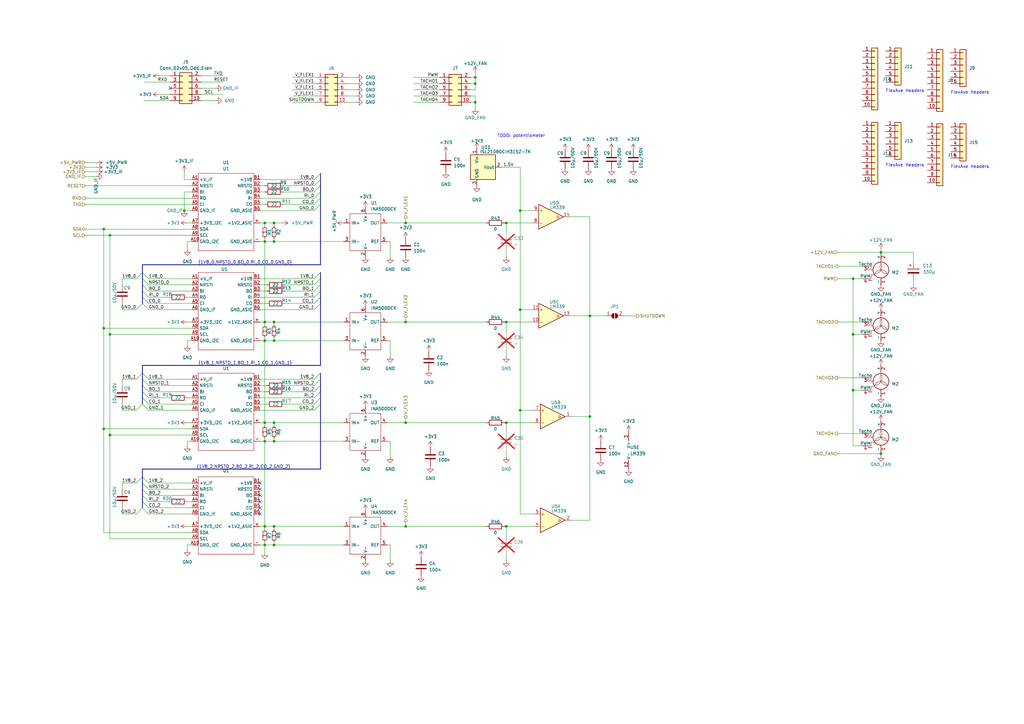
<source format=kicad_sch>
(kicad_sch (version 20231120) (generator "eeschema") (generator_version "8.0")
  (paper "A3")
  (junction (at 112.395 99.06))
  (junction (at 108.585 173.355))
  (junction (at 112.395 215.9))
  (junction (at 194.945 34.29))
  (junction (at 166.37 173.355))
  (junction (at 207.645 215.9))
  (junction (at 108.585 91.44))
  (junction (at 213.36 168.275))
  (junction (at 241.935 129.54))
  (junction (at 42.545 134.62))
  (junction (at 75.565 86.36))
  (junction (at 108.585 99.06))
  (junction (at 349.885 114.3))
  (junction (at 166.37 132.08))
  (junction (at 207.645 132.08))
  (junction (at 112.395 180.975))
  (junction (at 349.885 160.02))
  (junction (at 166.37 91.44))
  (junction (at 166.37 215.9))
  (junction (at 361.315 186.055))
  (junction (at 207.645 173.355))
  (junction (at 213.36 86.36))
  (junction (at 108.585 215.9))
  (junction (at 42.545 175.895))
  (junction (at 45.085 96.52))
  (junction (at 45.085 137.16))
  (junction (at 108.585 139.7))
  (junction (at 45.085 178.435))
  (junction (at 194.945 41.91))
  (junction (at 112.395 139.7))
  (junction (at 108.585 180.975))
  (junction (at 194.945 31.75))
  (junction (at 361.315 103.505))
  (junction (at 349.885 137.16))
  (junction (at 213.36 127))
  (junction (at 112.395 223.52))
  (junction (at 241.935 170.815))
  (junction (at 42.545 93.98))
  (junction (at 207.645 91.44))
  (junction (at 108.585 223.52))
  (junction (at 112.395 132.08))
  (junction (at 112.395 173.355))
  (junction (at 108.585 132.08))
  (junction (at 112.395 91.44))
  (no_connect (at 106.68 203.2))
  (no_connect (at 69.85 36.195))
  (no_connect (at 106.68 208.28))
  (no_connect (at 106.68 205.74))
  (no_connect (at 106.68 198.12))
  (no_connect (at 106.68 200.66))
  (no_connect (at 106.68 210.82))
  (bus_entry (at 60.96 114.3) (size -2.54 -2.54))
  (bus_entry (at 60.96 158.115) (size -2.54 -2.54))
  (bus_entry (at 128.905 78.74) (size 2.54 -2.54))
  (bus_entry (at 128.905 168.275) (size 2.54 -2.54))
  (bus_entry (at 60.96 163.195) (size -2.54 -2.54))
  (bus_entry (at 55.88 114.3) (size 2.54 -2.54))
  (bus_entry (at 128.905 163.195) (size 2.54 -2.54))
  (bus_entry (at 128.905 73.66) (size 2.54 -2.54))
  (bus_entry (at 128.905 119.38) (size 2.54 -2.54))
  (bus_entry (at 128.905 124.46) (size 2.54 -2.54))
  (bus_entry (at 128.905 76.2) (size 2.54 -2.54))
  (bus_entry (at 60.96 116.84) (size -2.54 -2.54))
  (bus_entry (at 128.905 81.28) (size 2.54 -2.54))
  (bus_entry (at 55.88 155.575) (size 2.54 -2.54))
  (bus_entry (at 128.905 114.3) (size 2.54 -2.54))
  (bus_entry (at 55.88 198.12) (size 2.54 -2.54))
  (bus_entry (at 55.88 127) (size 2.54 -2.54))
  (bus_entry (at 60.96 210.82) (size -2.54 -2.54))
  (bus_entry (at 128.905 86.36) (size 2.54 -2.54))
  (bus_entry (at 60.96 168.275) (size -2.54 -2.54))
  (bus_entry (at 60.96 124.46) (size -2.54 -2.54))
  (bus_entry (at 60.96 165.735) (size -2.54 -2.54))
  (bus_entry (at 128.905 121.92) (size 2.54 -2.54))
  (bus_entry (at 60.96 208.28) (size -2.54 -2.54))
  (bus_entry (at 128.905 127) (size 2.54 -2.54))
  (bus_entry (at 60.96 121.92) (size -2.54 -2.54))
  (bus_entry (at 60.96 160.655) (size -2.54 -2.54))
  (bus_entry (at 128.905 155.575) (size 2.54 -2.54))
  (bus_entry (at 60.96 205.74) (size -2.54 -2.54))
  (bus_entry (at 128.905 116.84) (size 2.54 -2.54))
  (bus_entry (at 60.96 155.575) (size -2.54 -2.54))
  (bus_entry (at 128.905 158.115) (size 2.54 -2.54))
  (bus_entry (at 55.88 168.275) (size 2.54 -2.54))
  (bus_entry (at 60.96 200.66) (size -2.54 -2.54))
  (bus_entry (at 128.905 83.82) (size 2.54 -2.54))
  (bus_entry (at 55.88 210.82) (size 2.54 -2.54))
  (bus_entry (at 128.905 160.655) (size 2.54 -2.54))
  (bus_entry (at 60.96 127) (size -2.54 -2.54))
  (bus_entry (at 128.905 165.735) (size 2.54 -2.54))
  (bus_entry (at 60.96 203.2) (size -2.54 -2.54))
  (bus_entry (at 60.96 198.12) (size -2.54 -2.54))
  (bus_entry (at 60.96 119.38) (size -2.54 -2.54))
  (wire (pts (xy 34.925 81.28) (xy 78.74 81.28)))
  (wire (pts (xy 166.37 171.45) (xy 166.37 173.355)))
  (wire (pts (xy 233.68 88.9) (xy 241.935 88.9)))
  (wire (pts (xy 55.88 198.12) (xy 50.165 198.12)))
  (wire (pts (xy 116.84 158.115) (xy 128.905 158.115)))
  (wire (pts (xy 59.055 33.655) (xy 69.85 33.655)))
  (wire (pts (xy 108.585 139.7) (xy 108.585 173.355)))
  (wire (pts (xy 361.315 103.505) (xy 374.65 103.505)))
  (wire (pts (xy 108.585 173.355) (xy 108.585 174.625)))
  (wire (pts (xy 120.015 31.75) (xy 129.54 31.75)))
  (wire (pts (xy 76.835 205.74) (xy 78.74 205.74)))
  (bus (pts (xy 131.445 73.66) (xy 131.445 76.2)))
  (wire (pts (xy 76.835 132.08) (xy 78.74 132.08)))
  (wire (pts (xy 75.565 86.36) (xy 78.74 86.36)))
  (wire (pts (xy 45.085 96.52) (xy 78.74 96.52)))
  (wire (pts (xy 60.96 121.92) (xy 69.215 121.92)))
  (wire (pts (xy 108.585 97.79) (xy 108.585 99.06)))
  (wire (pts (xy 142.24 31.75) (xy 146.05 31.75)))
  (wire (pts (xy 241.935 213.36) (xy 234.315 213.36)))
  (wire (pts (xy 160.02 223.52) (xy 158.75 223.52)))
  (bus (pts (xy 58.42 153.035) (xy 58.42 155.575)))
  (wire (pts (xy 169.545 39.37) (xy 180.34 39.37)))
  (wire (pts (xy 108.585 132.08) (xy 108.585 133.35)))
  (wire (pts (xy 60.96 205.74) (xy 69.215 205.74)))
  (wire (pts (xy 65.405 31.115) (xy 69.85 31.115)))
  (wire (pts (xy 112.395 139.7) (xy 140.97 139.7)))
  (bus (pts (xy 131.445 83.82) (xy 131.445 108.585)))
  (wire (pts (xy 158.75 91.44) (xy 166.37 91.44)))
  (wire (pts (xy 60.96 116.84) (xy 78.74 116.84)))
  (wire (pts (xy 213.36 68.58) (xy 213.36 86.36)))
  (wire (pts (xy 108.585 215.9) (xy 112.395 215.9)))
  (wire (pts (xy 82.55 33.655) (xy 91.44 33.655)))
  (wire (pts (xy 55.88 155.575) (xy 50.165 155.575)))
  (wire (pts (xy 116.84 119.38) (xy 128.905 119.38)))
  (bus (pts (xy 58.42 205.74) (xy 58.42 208.28)))
  (wire (pts (xy 45.085 220.98) (xy 78.74 220.98)))
  (wire (pts (xy 42.545 134.62) (xy 78.74 134.62)))
  (bus (pts (xy 58.42 121.92) (xy 58.42 124.46)))
  (wire (pts (xy 75.565 70.485) (xy 75.565 73.66)))
  (bus (pts (xy 58.42 195.58) (xy 58.42 198.12)))
  (wire (pts (xy 106.68 121.92) (xy 128.905 121.92)))
  (wire (pts (xy 158.75 173.355) (xy 166.37 173.355)))
  (wire (pts (xy 120.015 36.83) (xy 129.54 36.83)))
  (wire (pts (xy 194.945 39.37) (xy 193.04 39.37)))
  (wire (pts (xy 108.585 99.06) (xy 108.585 132.08)))
  (wire (pts (xy 120.015 34.29) (xy 129.54 34.29)))
  (wire (pts (xy 34.925 96.52) (xy 45.085 96.52)))
  (wire (pts (xy 213.36 86.36) (xy 218.44 86.36)))
  (wire (pts (xy 194.945 29.845) (xy 194.945 31.75)))
  (wire (pts (xy 34.925 83.82) (xy 78.74 83.82)))
  (wire (pts (xy 112.395 222.25) (xy 112.395 223.52)))
  (wire (pts (xy 106.68 215.9) (xy 108.585 215.9)))
  (wire (pts (xy 241.935 170.815) (xy 241.935 213.36)))
  (wire (pts (xy 169.545 41.91) (xy 180.34 41.91)))
  (wire (pts (xy 207.645 132.08) (xy 218.44 132.08)))
  (wire (pts (xy 207.01 91.44) (xy 207.645 91.44)))
  (wire (pts (xy 50.165 198.12) (xy 50.165 200.66)))
  (wire (pts (xy 207.645 91.44) (xy 218.44 91.44)))
  (wire (pts (xy 361.315 186.055) (xy 361.315 185.42)))
  (wire (pts (xy 207.01 173.355) (xy 207.645 173.355)))
  (wire (pts (xy 55.88 114.3) (xy 50.165 114.3)))
  (wire (pts (xy 59.055 41.275) (xy 69.85 41.275)))
  (wire (pts (xy 142.24 34.29) (xy 146.05 34.29)))
  (wire (pts (xy 76.835 102.235) (xy 76.835 99.06)))
  (wire (pts (xy 112.395 223.52) (xy 140.97 223.52)))
  (wire (pts (xy 42.545 175.895) (xy 42.545 134.62)))
  (wire (pts (xy 76.835 225.425) (xy 76.835 223.52)))
  (bus (pts (xy 58.42 160.655) (xy 58.42 163.195)))
  (wire (pts (xy 108.585 91.44) (xy 112.395 91.44)))
  (bus (pts (xy 131.445 119.38) (xy 131.445 121.92)))
  (bus (pts (xy 131.445 192.405) (xy 58.42 192.405)))
  (wire (pts (xy 106.68 81.28) (xy 128.905 81.28)))
  (wire (pts (xy 193.04 41.91) (xy 194.945 41.91)))
  (wire (pts (xy 45.085 137.16) (xy 78.74 137.16)))
  (bus (pts (xy 131.445 108.585) (xy 58.42 108.585)))
  (bus (pts (xy 58.42 114.3) (xy 58.42 116.84)))
  (wire (pts (xy 108.585 215.9) (xy 108.585 217.17)))
  (wire (pts (xy 108.585 222.25) (xy 108.585 223.52)))
  (wire (pts (xy 112.395 138.43) (xy 112.395 139.7)))
  (wire (pts (xy 361.315 186.69) (xy 361.315 186.055)))
  (wire (pts (xy 78.74 78.74) (xy 75.565 78.74)))
  (wire (pts (xy 116.205 76.2) (xy 128.905 76.2)))
  (wire (pts (xy 106.68 116.84) (xy 109.22 116.84)))
  (wire (pts (xy 45.085 178.435) (xy 45.085 137.16)))
  (wire (pts (xy 82.55 38.735) (xy 91.44 38.735)))
  (bus (pts (xy 58.42 119.38) (xy 58.42 121.92)))
  (wire (pts (xy 158.75 215.9) (xy 166.37 215.9)))
  (wire (pts (xy 60.96 168.275) (xy 78.74 168.275)))
  (wire (pts (xy 112.395 173.355) (xy 112.395 174.625)))
  (wire (pts (xy 207.645 184.785) (xy 207.645 187.325)))
  (wire (pts (xy 106.68 91.44) (xy 108.585 91.44)))
  (wire (pts (xy 160.02 105.41) (xy 160.02 99.06)))
  (wire (pts (xy 106.68 163.195) (xy 128.905 163.195)))
  (wire (pts (xy 34.925 66.675) (xy 39.37 66.675)))
  (wire (pts (xy 60.96 200.66) (xy 78.74 200.66)))
  (wire (pts (xy 60.96 160.655) (xy 78.74 160.655)))
  (wire (pts (xy 207.645 173.355) (xy 207.645 177.165)))
  (wire (pts (xy 112.395 173.355) (xy 140.97 173.355)))
  (wire (pts (xy 169.545 31.75) (xy 180.34 31.75)))
  (wire (pts (xy 158.75 132.08) (xy 166.37 132.08)))
  (wire (pts (xy 142.24 41.91) (xy 146.05 41.91)))
  (wire (pts (xy 207.01 215.9) (xy 207.645 215.9)))
  (wire (pts (xy 76.835 141.605) (xy 76.835 139.7)))
  (wire (pts (xy 112.395 179.705) (xy 112.395 180.975)))
  (wire (pts (xy 349.885 182.88) (xy 349.885 160.02)))
  (wire (pts (xy 343.535 186.055) (xy 361.315 186.055)))
  (wire (pts (xy 42.545 218.44) (xy 42.545 175.895)))
  (wire (pts (xy 106.68 165.735) (xy 109.22 165.735)))
  (wire (pts (xy 34.925 70.485) (xy 39.37 70.485)))
  (wire (pts (xy 112.395 91.44) (xy 112.395 92.71)))
  (wire (pts (xy 353.695 182.88) (xy 349.885 182.88)))
  (wire (pts (xy 50.165 168.275) (xy 50.165 165.735)))
  (wire (pts (xy 112.395 91.44) (xy 115.57 91.44)))
  (wire (pts (xy 112.395 97.79) (xy 112.395 99.06)))
  (bus (pts (xy 58.42 203.2) (xy 58.42 205.74)))
  (wire (pts (xy 169.545 34.29) (xy 180.34 34.29)))
  (bus (pts (xy 58.42 163.195) (xy 58.42 165.735)))
  (wire (pts (xy 106.68 139.7) (xy 108.585 139.7)))
  (wire (pts (xy 166.37 130.175) (xy 166.37 132.08)))
  (wire (pts (xy 60.96 155.575) (xy 78.74 155.575)))
  (bus (pts (xy 131.445 114.3) (xy 131.445 116.84)))
  (wire (pts (xy 207.645 91.44) (xy 207.645 95.25)))
  (wire (pts (xy 112.395 215.9) (xy 140.97 215.9)))
  (wire (pts (xy 112.395 223.52) (xy 108.585 223.52)))
  (wire (pts (xy 45.085 96.52) (xy 45.085 137.16)))
  (wire (pts (xy 194.945 34.29) (xy 193.04 34.29)))
  (wire (pts (xy 361.315 102.235) (xy 361.315 103.505)))
  (wire (pts (xy 116.84 124.46) (xy 128.905 124.46)))
  (wire (pts (xy 50.165 114.3) (xy 50.165 116.84)))
  (wire (pts (xy 60.96 127) (xy 78.74 127)))
  (bus (pts (xy 131.445 158.115) (xy 131.445 160.655)))
  (wire (pts (xy 142.24 39.37) (xy 146.05 39.37)))
  (bus (pts (xy 131.445 71.12) (xy 131.445 73.66)))
  (wire (pts (xy 343.535 109.22) (xy 353.695 109.22)))
  (wire (pts (xy 233.68 129.54) (xy 241.935 129.54)))
  (wire (pts (xy 166.37 91.44) (xy 199.39 91.44)))
  (wire (pts (xy 106.68 83.82) (xy 108.585 83.82)))
  (wire (pts (xy 194.945 36.83) (xy 193.04 36.83)))
  (wire (pts (xy 60.96 114.3) (xy 78.74 114.3)))
  (bus (pts (xy 58.42 149.86) (xy 58.42 153.035)))
  (wire (pts (xy 207.01 132.08) (xy 207.645 132.08)))
  (wire (pts (xy 60.96 158.115) (xy 78.74 158.115)))
  (wire (pts (xy 76.835 173.355) (xy 78.74 173.355)))
  (wire (pts (xy 76.835 180.975) (xy 78.74 180.975)))
  (wire (pts (xy 82.55 36.195) (xy 88.265 36.195)))
  (wire (pts (xy 76.835 163.195) (xy 78.74 163.195)))
  (wire (pts (xy 108.585 180.975) (xy 106.68 180.975)))
  (wire (pts (xy 60.96 208.28) (xy 78.74 208.28)))
  (wire (pts (xy 50.165 210.82) (xy 50.165 208.28)))
  (wire (pts (xy 112.395 132.08) (xy 140.97 132.08)))
  (wire (pts (xy 374.65 103.505) (xy 374.65 107.315)))
  (wire (pts (xy 194.945 34.29) (xy 194.945 36.83)))
  (wire (pts (xy 55.88 127) (xy 50.165 127)))
  (wire (pts (xy 34.925 76.2) (xy 78.74 76.2)))
  (wire (pts (xy 42.545 134.62) (xy 42.545 93.98)))
  (bus (pts (xy 58.42 158.115) (xy 58.42 160.655)))
  (bus (pts (xy 131.445 124.46) (xy 131.445 149.86)))
  (bus (pts (xy 131.445 160.655) (xy 131.445 163.195)))
  (wire (pts (xy 207.645 215.9) (xy 207.645 219.71)))
  (bus (pts (xy 58.42 116.84) (xy 58.42 119.38)))
  (wire (pts (xy 207.645 227.33) (xy 207.645 229.87)))
  (wire (pts (xy 194.945 31.75) (xy 193.04 31.75)))
  (wire (pts (xy 50.165 155.575) (xy 50.165 158.115)))
  (wire (pts (xy 42.545 93.98) (xy 78.74 93.98)))
  (wire (pts (xy 343.535 114.3) (xy 349.885 114.3)))
  (wire (pts (xy 116.84 160.655) (xy 128.905 160.655)))
  (wire (pts (xy 112.395 180.975) (xy 140.97 180.975)))
  (bus (pts (xy 131.445 121.92) (xy 131.445 124.46)))
  (wire (pts (xy 112.395 99.06) (xy 108.585 99.06)))
  (wire (pts (xy 112.395 173.355) (xy 108.585 173.355)))
  (wire (pts (xy 60.96 210.82) (xy 78.74 210.82)))
  (wire (pts (xy 108.585 223.52) (xy 106.68 223.52)))
  (bus (pts (xy 131.445 155.575) (xy 131.445 158.115)))
  (wire (pts (xy 361.315 103.505) (xy 361.315 104.14)))
  (wire (pts (xy 75.565 78.74) (xy 75.565 86.36)))
  (wire (pts (xy 106.68 127) (xy 128.905 127)))
  (bus (pts (xy 131.445 111.76) (xy 131.445 114.3)))
  (wire (pts (xy 76.835 215.9) (xy 78.74 215.9)))
  (wire (pts (xy 60.96 203.2) (xy 78.74 203.2)))
  (wire (pts (xy 213.36 168.275) (xy 219.075 168.275)))
  (bus (pts (xy 131.445 76.2) (xy 131.445 78.74)))
  (wire (pts (xy 60.96 119.38) (xy 78.74 119.38)))
  (wire (pts (xy 112.395 99.06) (xy 140.97 99.06)))
  (wire (pts (xy 207.645 173.355) (xy 219.075 173.355)))
  (wire (pts (xy 166.37 213.995) (xy 166.37 215.9)))
  (wire (pts (xy 241.935 88.9) (xy 241.935 129.54)))
  (wire (pts (xy 106.68 119.38) (xy 109.22 119.38)))
  (wire (pts (xy 60.96 198.12) (xy 78.74 198.12)))
  (wire (pts (xy 45.085 220.98) (xy 45.085 178.435)))
  (wire (pts (xy 75.565 73.66) (xy 78.74 73.66)))
  (bus (pts (xy 131.445 153.035) (xy 131.445 155.575)))
  (wire (pts (xy 116.84 165.735) (xy 128.905 165.735)))
  (bus (pts (xy 131.445 78.74) (xy 131.445 81.28)))
  (wire (pts (xy 60.96 165.735) (xy 78.74 165.735)))
  (wire (pts (xy 76.835 91.44) (xy 78.74 91.44)))
  (wire (pts (xy 106.68 173.355) (xy 108.585 173.355)))
  (wire (pts (xy 142.24 36.83) (xy 146.05 36.83)))
  (wire (pts (xy 55.88 210.82) (xy 50.165 210.82)))
  (wire (pts (xy 213.36 168.275) (xy 213.36 210.82)))
  (wire (pts (xy 76.835 121.92) (xy 78.74 121.92)))
  (wire (pts (xy 213.36 86.36) (xy 213.36 127)))
  (wire (pts (xy 374.65 114.935) (xy 374.65 116.84)))
  (wire (pts (xy 166.37 215.9) (xy 199.39 215.9)))
  (wire (pts (xy 194.945 44.45) (xy 194.945 41.91)))
  (wire (pts (xy 349.885 160.02) (xy 353.695 160.02)))
  (wire (pts (xy 108.585 226.695) (xy 108.585 223.52)))
  (wire (pts (xy 106.68 160.655) (xy 109.22 160.655)))
  (wire (pts (xy 207.645 215.9) (xy 219.075 215.9)))
  (wire (pts (xy 207.645 102.87) (xy 207.645 105.41)))
  (wire (pts (xy 34.925 68.58) (xy 39.37 68.58)))
  (wire (pts (xy 116.205 83.82) (xy 128.905 83.82)))
  (wire (pts (xy 349.885 114.3) (xy 353.695 114.3)))
  (wire (pts (xy 116.84 116.84) (xy 128.905 116.84)))
  (wire (pts (xy 106.68 168.275) (xy 128.905 168.275)))
  (wire (pts (xy 106.68 124.46) (xy 109.22 124.46)))
  (wire (pts (xy 112.395 215.9) (xy 112.395 217.17)))
  (bus (pts (xy 131.445 163.195) (xy 131.445 165.735)))
  (wire (pts (xy 106.68 78.74) (xy 108.585 78.74)))
  (wire (pts (xy 34.925 72.39) (xy 39.37 72.39)))
  (wire (pts (xy 76.835 99.06) (xy 78.74 99.06)))
  (wire (pts (xy 241.935 129.54) (xy 241.935 170.815)))
  (bus (pts (xy 58.42 192.405) (xy 58.42 195.58)))
  (bus (pts (xy 58.42 155.575) (xy 58.42 158.115)))
  (wire (pts (xy 160.02 229.87) (xy 160.02 223.52)))
  (wire (pts (xy 82.55 31.115) (xy 91.44 31.115)))
  (wire (pts (xy 65.405 38.735) (xy 69.85 38.735)))
  (wire (pts (xy 116.205 78.74) (xy 128.905 78.74)))
  (bus (pts (xy 131.445 116.84) (xy 131.445 119.38)))
  (wire (pts (xy 160.02 187.325) (xy 160.02 180.975)))
  (wire (pts (xy 343.535 177.8) (xy 353.695 177.8)))
  (wire (pts (xy 106.68 158.115) (xy 109.22 158.115)))
  (wire (pts (xy 194.945 41.91) (xy 194.945 39.37)))
  (wire (pts (xy 343.535 154.94) (xy 353.695 154.94)))
  (wire (pts (xy 343.535 103.505) (xy 361.315 103.505)))
  (wire (pts (xy 108.585 99.06) (xy 106.68 99.06)))
  (bus (pts (xy 58.42 200.66) (xy 58.42 203.2)))
  (wire (pts (xy 120.015 41.91) (xy 129.54 41.91)))
  (wire (pts (xy 106.68 114.3) (xy 128.905 114.3)))
  (wire (pts (xy 207.645 132.08) (xy 207.645 135.89)))
  (wire (pts (xy 112.395 132.08) (xy 112.395 133.35)))
  (wire (pts (xy 106.68 86.36) (xy 128.905 86.36)))
  (wire (pts (xy 213.36 210.82) (xy 219.075 210.82)))
  (wire (pts (xy 112.395 139.7) (xy 108.585 139.7)))
  (wire (pts (xy 60.96 163.195) (xy 69.215 163.195)))
  (wire (pts (xy 207.645 143.51) (xy 207.645 146.05)))
  (wire (pts (xy 106.68 155.575) (xy 128.905 155.575)))
  (wire (pts (xy 166.37 173.355) (xy 199.39 173.355)))
  (wire (pts (xy 108.585 179.705) (xy 108.585 180.975)))
  (wire (pts (xy 42.545 175.895) (xy 78.74 175.895)))
  (wire (pts (xy 45.085 178.435) (xy 78.74 178.435)))
  (wire (pts (xy 108.585 138.43) (xy 108.585 139.7)))
  (wire (pts (xy 349.885 137.16) (xy 353.695 137.16)))
  (wire (pts (xy 120.015 39.37) (xy 129.54 39.37)))
  (wire (pts (xy 76.835 139.7) (xy 78.74 139.7)))
  (wire (pts (xy 112.395 180.975) (xy 108.585 180.975)))
  (wire (pts (xy 234.315 170.815) (xy 241.935 170.815)))
  (wire (pts (xy 55.88 168.275) (xy 50.165 168.275)))
  (wire (pts (xy 34.925 93.98) (xy 42.545 93.98)))
  (wire (pts (xy 160.02 146.05) (xy 160.02 139.7)))
  (wire (pts (xy 160.02 180.975) (xy 158.75 180.975)))
  (wire (pts (xy 213.36 127) (xy 218.44 127)))
  (bus (pts (xy 131.445 165.735) (xy 131.445 192.405)))
  (wire (pts (xy 349.885 160.02) (xy 349.885 137.16)))
  (bus (pts (xy 131.445 81.28) (xy 131.445 83.82)))
  (wire (pts (xy 106.68 132.08) (xy 108.585 132.08)))
  (wire (pts (xy 106.68 76.2) (xy 108.585 76.2)))
  (wire (pts (xy 349.885 137.16) (xy 349.885 114.3)))
  (wire (pts (xy 108.585 180.975) (xy 108.585 215.9)))
  (bus (pts (xy 58.42 198.12) (xy 58.42 200.66)))
  (wire (pts (xy 255.905 129.54) (xy 260.985 129.54)))
  (wire (pts (xy 50.165 127) (xy 50.165 124.46)))
  (wire (pts (xy 42.545 218.44) (xy 78.74 218.44)))
  (wire (pts (xy 76.835 182.88) (xy 76.835 180.975)))
  (wire (pts (xy 160.02 99.06) (xy 158.75 99.06)))
  (wire (pts (xy 205.74 68.58) (xy 213.36 68.58)))
  (wire (pts (xy 343.535 132.08) (xy 353.695 132.08)))
  (wire (pts (xy 213.36 127) (xy 213.36 168.275)))
  (wire (pts (xy 108.585 132.08) (xy 112.395 132.08)))
  (wire (pts (xy 82.55 41.275) (xy 88.265 41.275)))
  (wire (pts (xy 166.37 89.535) (xy 166.37 91.44)))
  (wire (pts (xy 166.37 132.08) (xy 199.39 132.08)))
  (wire (pts (xy 76.835 223.52) (xy 78.74 223.52)))
  (bus (pts (xy 58.42 108.585) (xy 58.42 111.76)))
  (wire (pts (xy 160.02 139.7) (xy 158.75 139.7)))
  (bus (pts (xy 58.42 111.76) (xy 58.42 114.3)))
  (wire (pts (xy 106.68 73.66) (xy 128.905 73.66)))
  (wire (pts (xy 60.96 124.46) (xy 78.74 124.46)))
  (wire (pts (xy 194.945 31.75) (xy 194.945 34.29)))
  (bus (pts (xy 58.42 149.86) (xy 131.445 149.86)))
  (wire (pts (xy 108.585 91.44) (xy 108.585 92.71)))
  (wire (pts (xy 241.935 129.54) (xy 248.285 129.54)))
  (wire (pts (xy 169.545 36.83) (xy 180.34 36.83)))
  (text "FlexAxe Headers" (at 389.89 69.215 0) (effects (font (size 1.27 1.27)) (justify left bottom)))
  (text "FlexAxe Headers" (at 363.22 68.58 0) (effects (font (size 1.27 1.27)) (justify left bottom)))
  (text "TODO: potentiometer" (at 203.835 56.515 0) (effects (font (size 1.27 1.27)) (justify left bottom)))
  (text "FlexAxe Headers" (at 389.89 38.735 0) (effects (font (size 1.27 1.27)) (justify left bottom)))
  (text "FlexAxe Headers" (at 363.22 38.1 0) (effects (font (size 1.27 1.27)) (justify left bottom)))
  (label "RI_1" (at 128.905 121.92 180))
  (label "BO_1" (at 128.905 119.38 180))
  (label "NRSTO_2" (at 128.905 158.115 180))
  (label "GND_2" (at 60.96 210.82 0))
  (label "RI_2" (at 60.96 205.74 0))
  (label "GND_2" (at 128.905 168.275 180))
  (label "BO_0" (at 128.905 78.74 180))
  (label "RI_0" (at 128.905 81.28 180))
  (label "RXD" (at 68.58 33.655 180))
  (label "RI_2" (at 128.905 163.195 180))
  (label "SHUTDOWN" (at 128.905 41.91 180))
  (label "GND_1" (at 60.96 168.275 0))
  (label "1V8_0" (at 60.96 114.3 0))
  (label "1V8_2" (at 55.88 198.12 180))
  (label "1V8_2" (at 128.905 155.575 180))
  (label "V_FLEX1" (at 128.905 36.83 180))
  (label "CO_2" (at 60.96 208.28 0))
  (label "NRSTO_2" (at 60.96 200.66 0))
  (label "TACHO3" (at 179.705 39.37 180))
  (label "V_FLEX1" (at 128.905 34.29 180))
  (label "NRSTO_0" (at 60.96 116.84 0))
  (label "CO_1" (at 128.905 124.46 180))
  (label "1V8_1" (at 55.88 155.575 180))
  (label "NRSTO_0" (at 128.905 76.2 180))
  (label "CO_2" (at 128.905 165.735 180))
  (label "1V8_1" (at 128.905 114.3 180))
  (label "NRSTO_1" (at 128.905 116.84 180))
  (label "{1V8_2,NRSTO_2,BO_2,RI_2,CO_2,GND_2}" (at 80.645 192.405 0))
  (label "1.5V" (at 206.375 68.58 0))
  (label "RI_0" (at 60.96 121.92 0))
  (label "SCL" (at 83.82 38.735 0))
  (label "1V8_2" (at 60.96 198.12 0))
  (label "GND_0" (at 60.96 127 0))
  (label "{1V8_1,NRSTO_1,BO_1,RI_1,CO_1,GND_1}" (at 81.28 149.86 0))
  (label "BO_0" (at 60.96 119.38 0))
  (label "1V8_0" (at 128.905 73.66 180))
  (label "TXD" (at 87.63 31.115 0))
  (label "NRSTO_1" (at 60.96 158.115 0))
  (label "GND_0" (at 55.88 127 180))
  (label "GND_2" (at 55.88 210.82 180))
  (label "SDA" (at 69.215 41.275 180))
  (label "CO_1" (at 60.96 165.735 0))
  (label "{1V8_0,NRSTO_0,BO_0,RI_0,CO_0,GND_0}" (at 81.28 108.585 0))
  (label "CO_0" (at 128.905 83.82 180))
  (label "1V8_1" (at 60.96 155.575 0))
  (label "RI_1" (at 60.96 163.195 0))
  (label "CO_0" (at 60.96 124.46 0))
  (label "TACHO4" (at 179.705 41.91 180))
  (label "TACHO2" (at 179.705 36.83 180))
  (label "V_FLEX1" (at 128.905 39.37 180))
  (label "GND_1" (at 128.905 127 180))
  (label "BO_2" (at 128.905 160.655 180))
  (label "RESET" (at 87.63 33.655 0))
  (label "BO_2" (at 60.96 203.2 0))
  (label "1V8_0" (at 55.88 114.3 180))
  (label "PWM" (at 179.705 31.75 180))
  (label "GND_0" (at 128.905 86.36 180))
  (label "TACHO1" (at 179.705 34.29 180))
  (label "V_FLEX1" (at 128.905 31.75 180))
  (label "GND_1" (at 55.88 168.275 180))
  (label "BO_1" (at 60.96 160.655 0))
  (hierarchical_label "SHUTDOWN" (shape output) (at 260.985 129.54 0))
  (hierarchical_label "V_FLEX2" (shape output) (at 166.37 130.175 90))
  (hierarchical_label "TACHO2" (shape output) (at 343.535 132.08 180))
  (hierarchical_label "TACHO1" (shape output) (at 343.535 109.22 180))
  (hierarchical_label "V_FLEX4" (shape output) (at 166.37 213.995 90))
  (hierarchical_label "TACHO3" (shape output) (at 343.535 154.94 180))
  (hierarchical_label "V_FLEX1" (shape output) (at 166.37 89.535 90))
  (hierarchical_label "RESET" (shape input) (at 34.925 76.2 180))
  (hierarchical_label "+5V_PWR" (shape input) (at 34.925 66.675 180))
  (hierarchical_label "PWM" (shape input) (at 343.535 114.3 180))
  (hierarchical_label "V_FLEX3" (shape output) (at 166.37 171.45 90))
  (hierarchical_label "+3V3" (shape input) (at 34.925 68.58 180))
  (hierarchical_label "GND_FAN" (shape input) (at 343.535 186.055 180))
  (hierarchical_label "SDA" (shape bidirectional) (at 34.925 93.98 180))
  (hierarchical_label "+3V3_IF" (shape input) (at 34.925 70.485 180))
  (hierarchical_label "TACHO4" (shape output) (at 343.535 177.8 180))
  (hierarchical_label "TXD" (shape input) (at 34.925 83.82 180))
  (hierarchical_label "+12V_FAN" (shape input) (at 343.535 103.505 180))
  (hierarchical_label "GND_IF" (shape input) (at 34.925 72.39 180))
  (hierarchical_label "SCL" (shape input) (at 34.925 96.52 180))
  (hierarchical_label "RXD" (shape output) (at 34.925 81.28 180))
  (symbol (lib_id "power:+3V3") (at 176.53 183.515 0) (unit 1)
    (property "Reference" "#PWR043" (effects (hide yes)))
    (property "Value" "+3V3" (at 176.53 179.07 0))
  )
  (symbol (lib_id "power:GND") (at 259.715 69.215 0) (unit 1)
    (property "Reference" "#PWR0147" (effects (hide yes)))
    (property "Value" "GND" (at 259.715 74.295 0))
  )
  (symbol (lib_id "Device:C") (at 207.645 139.7 0) (unit 1) (dnp yes)
    (property "Reference" "C34" (at 210.82 138.43 0) (effects (justify left)))
    (property "Value" "-" (at 210.82 140.97 0) (effects (justify left)))
    (property "Footprint" "Resistor_SMD:R_0805_2012Metric" (effects (hide yes)))
    (property "Distributor" "-" (effects (hide yes)))
  )
  (symbol (lib_id "power:+3V3") (at 195.58 60.96 0) (unit 1)
    (property "Reference" "#PWR055" (effects (hide yes)))
    (property "Value" "+3V3" (at 195.58 57.785 0))
  )
  (symbol (lib_id "Device:C") (at 182.88 66.675 0) (unit 1)
    (property "Reference" "C5" (at 186.055 65.405 0) (effects (justify left)))
    (property "Value" "100n" (at 186.055 67.945 0) (effects (justify left)))
    (property "Footprint" "Capacitor_SMD:C_0805_2012Metric" (effects (hide yes)))
  )
  (symbol (lib_id "Device:C") (at 176.53 187.325 0) (unit 1)
    (property "Reference" "C3" (at 179.705 186.055 0) (effects (justify left)))
    (property "Value" "100n" (at 179.705 188.595 0) (effects (justify left)))
    (property "Footprint" "Capacitor_SMD:C_0805_2012Metric" (effects (hide yes)))
  )
  (symbol (lib_id "power:GND") (at 76.835 141.605 0) (unit 1)
    (property "Reference" "#PWR04" (effects (hide yes)))
    (property "Value" "GND" (at 76.835 146.685 0))
  )
  (symbol (lib_id "mylib7:FLEXAXE") (at 92.71 85.09 0) (unit 1)
    (property "Reference" "U1" (at 92.71 66.675 0))
    (property "Value" "${REFERENCE}" (at 92.71 69.215 0))
    (property "Footprint" "myfootprints:FLEXAXE" (effects (hide yes)))
    (property "Distributor" "X" (effects (hide yes)))
  )
  (symbol (lib_id "mylib7:INA500-DCK") (at 148.59 93.98 0) (unit 1)
    (property "Reference" "U1" (at 152.0541 83.185 0) (effects (justify left)))
    (property "Value" "INA500DCK" (at 152.0541 85.725 0) (effects (justify left)))
    (property "Footprint" "Package_TO_SOT_SMD:SOT-363_SC-70-6" (effects (hide yes)))
    (property "Distributor" "D" (effects (hide yes)))
    (property "Manufacturer" "INA500AIDCKR" (effects (hide yes)))
    (property "OrderNr" "296-INA500AIDCKRCT-ND" (effects (hide yes)))
  )
  (symbol (lib_id "Device:R") (at 203.2 215.9 90) (unit 1)
    (property "Reference" "R46" (at 203.2 213.995 90))
    (property "Value" "0" (at 203.2 218.44 90))
    (property "Footprint" "Resistor_SMD:R_0805_2012Metric" (effects (hide yes)))
  )
  (symbol (lib_id "Connector_Generic:Conn_01x06") (at 368.3 56.515 0) (unit 1) (on_board no)
    (property "Reference" "J13" (at 370.84 57.785 0) (effects (justify left)))
    (property "Value" "Conn_01x06" (effects (hide yes)))
    (property "Distributor" "D" (effects (hide yes)))
    (property "Manufacturer" "M50-3630642" (effects (hide yes)))
    (property "OrderNr" "952-3610-ND" (effects (hide yes)))
  )
  (symbol (lib_id "Device:R") (at 113.03 124.46 90) (unit 1)
    (property "Reference" "R14" (at 117.475 123.19 90))
    (property "Value" "22" (at 113.03 124.46 90))
    (property "Footprint" "Resistor_SMD:R_0805_2012Metric" (effects (hide yes)))
  )
  (symbol (lib_id "Device:R_Small") (at 108.585 219.71 0) (unit 1)
    (property "Reference" "R7" (at 110.49 220.98 90) (effects (justify left)))
    (property "Value" "1" (at 108.585 220.345 90) (effects (justify left)))
    (property "Footprint" "Resistor_SMD:R_2512_6332Metric" (effects (hide yes)))
    (property "Distributor" "D" (effects (hide yes)))
    (property "Manufacturer" "CRM2512-JW-1R0ELF" (effects (hide yes)))
    (property "OrderNr" "CRM2512-JW-1R0ELFCT-ND" (effects (hide yes)))
  )
  (symbol (lib_id "Device:C") (at 231.775 65.405 0) (mirror y) (unit 1)
    (property "Reference" "C9" (at 231.14 62.865 0) (effects (justify left)))
    (property "Value" "10µ/50V" (at 234.95 69.215 90) (effects (justify left)))
    (property "Footprint" "Capacitor_SMD:C_1206_3216Metric" (effects (hide yes)))
    (instances (project "pferdibank" (path "" (reference "C9") (unit 1))) (project "power" (path "" (reference "C20") (unit 1))) (project "flex4axe" (path "" (reference "C11") (unit 1)) (path "" (reference "C18") (unit 1))))
  )
  (symbol (lib_id "power:GND") (at 160.02 229.87 0) (unit 1)
    (property "Reference" "#PWR035" (effects (hide yes)))
    (property "Value" "GND" (at 160.02 234.95 0))
  )
  (symbol (lib_id "Device:R") (at 113.03 158.115 90) (unit 1)
    (property "Reference" "R15" (at 117.475 156.845 90))
    (property "Value" "22" (at 113.03 158.115 90))
    (property "Footprint" "Resistor_SMD:R_0805_2012Metric" (effects (hide yes)))
  )
  (symbol (lib_id "power:GND") (at 176.53 191.135 0) (unit 1)
    (property "Reference" "#PWR044" (effects (hide yes)))
    (property "Value" "GND" (at 176.53 196.215 0))
  )
  (symbol (lib_id "Comparator:LM339") (at 226.695 170.815 0) (unit 2)
    (property "Reference" "U5" (at 227.965 165.1 0))
    (property "Value" "LM339" (at 229.235 167.005 0))
    (property "Footprint" "Package_SO:SOIC-14_3.9x8.7mm_P1.27mm" (effects (hide yes)))
    (property "Datasheet" "https://www.st.com/resource/en/datasheet/lm139.pdf" (effects (hide yes)))
    (property "Distributor" "D" (effects (hide yes)))
    (property "Manufacturer" "LM339DR" (effects (hide yes)))
    (property "OrderNr" "296-1013-1-ND" (effects (hide yes)))
  )
  (symbol (lib_id "Device:R_Small") (at 108.585 135.89 0) (unit 1)
    (property "Reference" "R3" (at 110.49 137.16 90) (effects (justify left)))
    (property "Value" "1" (at 108.585 136.525 90) (effects (justify left)))
    (property "Footprint" "Resistor_SMD:R_2512_6332Metric" (effects (hide yes)))
    (property "Distributor" "D" (effects (hide yes)))
    (property "Manufacturer" "CRM2512-JW-1R0ELF" (effects (hide yes)))
    (property "OrderNr" "CRM2512-JW-1R0ELFCT-ND" (effects (hide yes)))
  )
  (symbol (lib_id "power:GND") (at 146.05 39.37 90) (unit 1)
    (property "Reference" "#PWR0135" (effects (hide yes)))
    (property "Value" "GND" (at 149.86 39.37 90) (effects (justify right)))
  )
  (symbol (lib_id "Device:C") (at 241.3 65.405 0) (mirror y) (unit 1)
    (property "Reference" "C9" (at 240.665 62.865 0) (effects (justify left)))
    (property "Value" "10µ/50V" (at 244.475 69.215 90) (effects (justify left)))
    (property "Footprint" "Capacitor_SMD:C_1206_3216Metric" (effects (hide yes)))
    (instances (project "pferdibank" (path "" (reference "C9") (unit 1))) (project "power" (path "" (reference "C20") (unit 1))) (project "flex4axe" (path "" (reference "C11") (unit 1)) (path "" (reference "C27") (unit 1))))
  )
  (symbol (lib_id "power:GND") (at 88.265 41.275 90) (unit 1)
    (property "Reference" "#PWR0131" (effects (hide yes)))
    (property "Value" "GND" (at 92.075 41.275 90) (effects (justify right)))
  )
  (symbol (lib_id "Device:C") (at 250.825 65.405 0) (mirror y) (unit 1)
    (property "Reference" "C9" (at 250.19 62.865 0) (effects (justify left)))
    (property "Value" "10µ/50V" (at 254 69.215 90) (effects (justify left)))
    (property "Footprint" "Capacitor_SMD:C_1206_3216Metric" (effects (hide yes)))
    (instances (project "pferdibank" (path "" (reference "C9") (unit 1))) (project "power" (path "" (reference "C20") (unit 1))) (project "flex4axe" (path "" (reference "C11") (unit 1)) (path "" (reference "C28") (unit 1))))
  )
  (symbol (lib_id "mylib7:INA500-DCK") (at 148.59 218.44 0) (unit 1)
    (property "Reference" "U4" (at 152.0541 207.645 0) (effects (justify left)))
    (property "Value" "INA500DCK" (at 152.0541 210.185 0) (effects (justify left)))
    (property "Footprint" "Package_TO_SOT_SMD:SOT-363_SC-70-6" (effects (hide yes)))
    (property "Distributor" "D" (effects (hide yes)))
    (property "Manufacturer" "INA500AIDCKR" (effects (hide yes)))
    (property "OrderNr" "296-INA500AIDCKRCT-ND" (effects (hide yes)))
  )
  (symbol (lib_id "power:+3V3") (at 76.835 132.08 90) (unit 1)
    (property "Reference" "#PWR09" (effects (hide yes)))
    (property "Value" "+3V3" (at 73.66 132.08 90) (effects (justify left)))
  )
  (symbol (lib_id "power:GND") (at 108.585 226.695 0) (unit 1)
    (property "Reference" "#PWR030" (effects (hide yes)))
    (property "Value" "GND" (at 108.585 231.775 0))
  )
  (symbol (lib_id "power:+3V3") (at 257.81 177.165 0) (unit 1)
    (property "Reference" "#PWR063" (effects (hide yes)))
    (property "Value" "+3V3" (at 257.81 172.72 0))
  )
  (symbol (lib_id "Device:C") (at 50.165 161.925 0) (unit 1)
    (property "Reference" "C9" (at 50.8 159.385 0) (effects (justify left)))
    (property "Value" "10µ/50V" (at 46.99 165.735 90) (effects (justify left)))
    (property "Footprint" "Capacitor_SMD:C_1206_3216Metric" (effects (hide yes)))
    (instances (project "pferdibank" (path "" (reference "C9") (unit 1))) (project "power" (path "" (reference "C20") (unit 1))) (project "flex4axe" (path "" (reference "C11") (unit 1)) (path "" (reference "C30") (unit 1))))
  )
  (symbol (lib_id "Device:R_Small") (at 108.585 177.165 0) (unit 1)
    (property "Reference" "R5" (at 110.49 178.435 90) (effects (justify left)))
    (property "Value" "1" (at 108.585 177.8 90) (effects (justify left)))
    (property "Footprint" "Resistor_SMD:R_2512_6332Metric" (effects (hide yes)))
    (property "Distributor" "D" (effects (hide yes)))
    (property "Manufacturer" "CRM2512-JW-1R0ELF" (effects (hide yes)))
    (property "OrderNr" "CRM2512-JW-1R0ELFCT-ND" (effects (hide yes)))
  )
  (symbol (lib_id "Motor:Fan_4pin") (at 361.315 157.48 0) (unit 1)
    (property "Reference" "M2" (at 365.76 157.48 0) (effects (justify left)))
    (property "Value" "Fan_4pin" (effects (hide yes)))
    (property "Footprint" "Connector:FanPinHeader_1x04_P2.54mm_Vertical" (effects (hide yes)))
    (property "Datasheet" "http://www.formfactors.org/developer%5Cspecs%5Crev1_2_public.pdf" (effects (hide yes)))
    (property "Distributor" "D" (effects (hide yes)))
    (property "Manufacturer" "0470531000" (effects (hide yes)))
    (property "OrderNr" "WM4330-ND" (effects (hide yes)))
  )
  (symbol (lib_id "power:GND") (at 76.835 225.425 0) (unit 1)
    (property "Reference" "#PWR01" (effects (hide yes)))
    (property "Value" "GND" (at 76.835 230.505 0))
  )
  (symbol (lib_id "Motor:Fan_4pin") (at 361.315 111.76 0) (unit 1)
    (property "Reference" "M2" (at 365.76 111.76 0) (effects (justify left)))
    (property "Value" "Fan_4pin" (effects (hide yes)))
    (property "Footprint" "Connector:FanPinHeader_1x04_P2.54mm_Vertical" (effects (hide yes)))
    (property "Datasheet" "http://www.formfactors.org/developer%5Cspecs%5Crev1_2_public.pdf" (effects (hide yes)))
    (property "Distributor" "D" (effects (hide yes)))
    (property "Manufacturer" "0470531000" (effects (hide yes)))
    (property "OrderNr" "WM4330-ND" (effects (hide yes)))
  )
  (symbol (lib_id "power:GND") (at 146.05 31.75 90) (unit 1)
    (property "Reference" "#PWR0138" (effects (hide yes)))
    (property "Value" "GND" (at 149.86 31.75 90) (effects (justify right)))
  )
  (symbol (lib_id "power:GND") (at 207.645 105.41 0) (unit 1)
    (property "Reference" "#PWR0150" (effects (hide yes)))
    (property "Value" "GND" (at 207.645 110.49 0))
  )
  (symbol (lib_id "Connector_Generic:Conn_01x06") (at 394.97 26.67 0) (unit 1) (on_board no)
    (property "Reference" "J9" (at 397.51 27.94 0) (effects (justify left)))
    (property "Value" "Conn_01x06" (effects (hide yes)))
    (property "Distributor" "D" (effects (hide yes)))
    (property "Manufacturer" "M50-3630642" (effects (hide yes)))
    (property "OrderNr" "952-3610-ND" (effects (hide yes)))
  )
  (symbol (lib_id "power:+3V3") (at 166.37 97.79 0) (unit 1)
    (property "Reference" "#PWR039" (effects (hide yes)))
    (property "Value" "+3V3" (at 166.37 93.345 0))
  )
  (symbol (lib_id "mylib7:GND_FAN") (at 361.315 186.69 0) (unit 1)
    (property "Reference" "#PWR0112" (effects (hide yes)))
    (property "Value" "GND_FAN" (at 361.315 190.5 0))
    (instances (project "flex4axe" (path "" (reference "#PWR0112") (unit 1)) (path "" (reference "#PWR019") (unit 1))))
  )
  (symbol (lib_id "power:GND") (at 146.05 36.83 90) (unit 1)
    (property "Reference" "#PWR0136" (effects (hide yes)))
    (property "Value" "GND" (at 149.86 36.83 90) (effects (justify right)))
  )
  (symbol (lib_id "power:GND") (at 76.835 182.88 0) (unit 1)
    (property "Reference" "#PWR02" (effects (hide yes)))
    (property "Value" "GND" (at 76.835 187.96 0))
  )
  (symbol (lib_id "Connector_Generic:Conn_01x06") (at 394.97 57.15 0) (unit 1) (on_board no)
    (property "Reference" "J15" (at 397.51 58.42 0) (effects (justify left)))
    (property "Value" "Conn_01x06" (effects (hide yes)))
    (property "Distributor" "D" (effects (hide yes)))
    (property "Manufacturer" "M50-3630642" (effects (hide yes)))
    (property "OrderNr" "952-3610-ND" (effects (hide yes)))
  )
  (symbol (lib_id "Device:R_Small") (at 112.395 135.89 0) (unit 1)
    (property "Reference" "R4" (at 114.3 137.16 90) (effects (justify left)))
    (property "Value" "1" (at 112.395 136.525 90) (effects (justify left)))
    (property "Footprint" "Resistor_SMD:R_2512_6332Metric" (effects (hide yes)))
    (property "Distributor" "D" (effects (hide yes)))
    (property "Manufacturer" "CRM2512-JW-1R0ELF" (effects (hide yes)))
    (property "OrderNr" "CRM2512-JW-1R0ELFCT-ND" (effects (hide yes)))
  )
  (symbol (lib_id "power:GND") (at 146.05 41.91 90) (unit 1)
    (property "Reference" "#PWR0132" (effects (hide yes)))
    (property "Value" "GND" (at 149.86 41.91 90) (effects (justify right)))
  )
  (symbol (lib_id "mylib7:+12V_FAN") (at 361.315 127 0) (unit 1)
    (property "Reference" "#PWR018" (effects (hide yes)))
    (property "Value" "+12V_FAN" (at 361.315 123.19 0))
    (instances (project "flex4axe" (path "" (reference "#PWR018") (unit 1)) (path "" (reference "#PWR014") (unit 1))))
  )
  (symbol (lib_id "mylib7:INA500-DCK") (at 148.59 134.62 0) (unit 1)
    (property "Reference" "U2" (at 152.0541 123.825 0) (effects (justify left)))
    (property "Value" "INA500DCK" (at 152.0541 126.365 0) (effects (justify left)))
    (property "Footprint" "Package_TO_SOT_SMD:SOT-363_SC-70-6" (effects (hide yes)))
    (property "Distributor" "D" (effects (hide yes)))
    (property "Manufacturer" "INA500AIDCKR" (effects (hide yes)))
    (property "OrderNr" "296-INA500AIDCKRCT-ND" (effects (hide yes)))
  )
  (symbol (lib_id "Device:R_Small") (at 108.585 95.25 0) (unit 1)
    (property "Reference" "R1" (at 110.49 96.52 90) (effects (justify left)))
    (property "Value" "1" (at 108.585 95.885 90) (effects (justify left)))
    (property "Footprint" "Resistor_SMD:R_2512_6332Metric" (effects (hide yes)))
    (property "Distributor" "D" (effects (hide yes)))
    (property "Manufacturer" "CRM2512-JW-1R0ELF" (effects (hide yes)))
    (property "OrderNr" "CRM2512-JW-1R0ELFCT-ND" (effects (hide yes)))
  )
  (symbol (lib_id "Connector_Generic:Conn_02x05_Odd_Even") (at 185.42 36.83 0) (unit 1) (on_board no)
    (property "Reference" "J7" (at 186.69 27.94 0))
    (property "Value" "Conn_02x05_Odd_Even" (effects (hide yes)))
    (property "Footprint" "Connector_IDC:IDC-Header_2x05_P2.54mm_Vertical" (effects (hide yes)))
  )
  (symbol (lib_id "Connector_Generic:Conn_01x10") (at 358.775 61.595 0) (unit 1) (on_board no)
    (property "Reference" "J12" (at 361.95 62.865 0) (effects (justify left)))
    (property "Value" "Conn_01x10" (effects (hide yes)))
    (property "Distributor" "D" (effects (hide yes)))
    (property "Manufacturer" "M50-3631042" (effects (hide yes)))
    (property "OrderNr" "952-3612-ND" (effects (hide yes)))
  )
  (symbol (lib_id "mylib7:GND_FAN") (at 361.315 139.7 0) (unit 1)
    (property "Reference" "#PWR019" (effects (hide yes)))
    (property "Value" "GND_FAN" (at 361.315 143.51 0))
    (instances (project "flex4axe" (path "" (reference "#PWR019") (unit 1)) (path "" (reference "#PWR015") (unit 1))))
  )
  (symbol (lib_id "Device:C") (at 207.645 223.52 0) (unit 1) (dnp yes)
    (property "Reference" "C36" (at 210.82 222.25 0) (effects (justify left)))
    (property "Value" "-" (at 210.82 224.79 0) (effects (justify left)))
    (property "Footprint" "Resistor_SMD:R_0805_2012Metric" (effects (hide yes)))
    (property "Distributor" "-" (effects (hide yes)))
  )
  (symbol (lib_id "power:+3V3") (at 172.72 228.6 0) (unit 1)
    (property "Reference" "#PWR045" (effects (hide yes)))
    (property "Value" "+3V3" (at 172.72 224.155 0))
  )
  (symbol (lib_id "Device:R") (at 203.2 173.355 90) (unit 1)
    (property "Reference" "R45" (at 203.2 171.45 90))
    (property "Value" "0" (at 203.2 175.895 90))
    (property "Footprint" "Resistor_SMD:R_0805_2012Metric" (effects (hide yes)))
  )
  (symbol (lib_id "mylib7:+5V_PWR") (at 140.97 91.44 90) (unit 1)
    (property "Reference" "#PWR026" (effects (hide yes)))
    (property "Value" "+5V_PWR" (at 137.16 95.25 0) (effects (justify left)))
  )
  (symbol (lib_id "Device:R") (at 113.03 119.38 90) (unit 1)
    (property "Reference" "R13" (at 117.475 118.11 90))
    (property "Value" "22" (at 113.03 119.38 90))
    (property "Footprint" "Resistor_SMD:R_0805_2012Metric" (effects (hide yes)))
  )
  (symbol (lib_id "mylib7:+3V3_IF") (at 39.37 70.485 270) (unit 1)
    (property "Reference" "#PWR0124" (effects (hide yes)))
    (property "Value" "+3V3_IF" (at 42.545 70.485 90) (effects (justify left)))
  )
  (symbol (lib_id "Device:C") (at 172.72 232.41 0) (unit 1)
    (property "Reference" "C4" (at 175.895 231.14 0) (effects (justify left)))
    (property "Value" "100n" (at 175.895 233.68 0) (effects (justify left)))
    (property "Footprint" "Capacitor_SMD:C_0805_2012Metric" (effects (hide yes)))
  )
  (symbol (lib_id "Jumper:SolderJumper_2_Open") (at 252.095 129.54 0) (unit 1)
    (property "Reference" "JP1" (at 252.095 125.73 0))
    (property "Value" "SolderJumper_2_Open" (effects (hide yes)))
    (property "Footprint" "Jumper:SolderJumper-2_P1.3mm_Open_RoundedPad1.0x1.5mm" (effects (hide yes)))
    (property "Distributor" "-" (effects (hide yes)))
  )
  (symbol (lib_id "power:GND") (at 207.645 146.05 0) (unit 1)
    (property "Reference" "#PWR0151" (effects (hide yes)))
    (property "Value" "GND" (at 207.645 151.13 0))
  )
  (symbol (lib_id "power:GND") (at 250.825 69.215 0) (unit 1)
    (property "Reference" "#PWR0145" (effects (hide yes)))
    (property "Value" "GND" (at 250.825 74.295 0))
  )
  (symbol (lib_id "Device:C_Polarized") (at 374.65 111.125 0) (unit 1)
    (property "Reference" "C13" (at 378.46 108.966 0) (effects (justify left)))
    (property "Value" "330µ" (at 378.46 111.506 0) (effects (justify left)))
    (property "Footprint" "Capacitor_SMD:CP_Elec_8x10" (effects (hide yes)))
    (property "Distributor" "D" (effects (hide yes)))
    (property "Manufacturer" "A768KS337M1ELAE019" (effects (hide yes)))
    (property "OrderNr" "399-A768KS337M1ELAE019CT-ND" (effects (hide yes)))
  )
  (symbol (lib_id "Device:R") (at 73.025 205.74 90) (unit 1)
    (property "Reference" "R20" (at 68.58 204.47 90))
    (property "Value" "22" (at 73.025 205.74 90))
    (property "Footprint" "Resistor_SMD:R_0805_2012Metric" (effects (hide yes)))
  )
  (symbol (lib_id "Device:C") (at 259.715 65.405 0) (mirror y) (unit 1)
    (property "Reference" "C9" (at 259.08 62.865 0) (effects (justify left)))
    (property "Value" "10µ/50V" (at 262.89 69.215 90) (effects (justify left)))
    (property "Footprint" "Capacitor_SMD:C_1206_3216Metric" (effects (hide yes)))
    (instances (project "pferdibank" (path "" (reference "C9") (unit 1))) (project "power" (path "" (reference "C20") (unit 1))) (project "flex4axe" (path "" (reference "C11") (unit 1)) (path "" (reference "C29") (unit 1))))
  )
  (symbol (lib_id "power:+3V3") (at 182.88 62.865 0) (unit 1)
    (property "Reference" "#PWR057" (effects (hide yes)))
    (property "Value" "+3V3" (at 182.88 58.42 0))
  )
  (symbol (lib_id "mylib7:+3V3_IF") (at 65.405 31.115 90) (unit 1)
    (property "Reference" "#PWR0128" (effects (hide yes)))
    (property "Value" "+3V3_IF" (at 62.23 31.115 90) (effects (justify left)))
  )
  (symbol (lib_id "mylib7:INA500-DCK") (at 148.59 175.895 0) (unit 1)
    (property "Reference" "U3" (at 152.0541 165.1 0) (effects (justify left)))
    (property "Value" "INA500DCK" (at 152.0541 167.64 0) (effects (justify left)))
    (property "Footprint" "Package_TO_SOT_SMD:SOT-363_SC-70-6" (effects (hide yes)))
    (property "Distributor" "D" (effects (hide yes)))
    (property "Manufacturer" "INA500AIDCKR" (effects (hide yes)))
    (property "OrderNr" "296-INA500AIDCKRCT-ND" (effects (hide yes)))
  )
  (symbol (lib_id "power:GND") (at 175.895 151.765 0) (unit 1)
    (property "Reference" "#PWR042" (effects (hide yes)))
    (property "Value" "GND" (at 175.895 156.845 0))
  )
  (symbol (lib_id "Comparator:LM339") (at 226.06 129.54 0) (unit 3)
    (property "Reference" "U5" (at 227.33 123.825 0))
    (property "Value" "LM339" (at 228.6 125.73 0))
    (property "Footprint" "Package_SO:SOIC-14_3.9x8.7mm_P1.27mm" (effects (hide yes)))
    (property "Datasheet" "https://www.st.com/resource/en/datasheet/lm139.pdf" (effects (hide yes)))
    (property "Distributor" "D" (effects (hide yes)))
    (property "Manufacturer" "LM339DR" (effects (hide yes)))
    (property "OrderNr" "296-1013-1-ND" (effects (hide yes)))
  )
  (symbol (lib_id "Device:R_Small") (at 112.395 95.25 0) (unit 1)
    (property "Reference" "R2" (at 114.3 96.52 90) (effects (justify left)))
    (property "Value" "1" (at 112.395 95.885 90) (effects (justify left)))
    (property "Footprint" "Resistor_SMD:R_2512_6332Metric" (effects (hide yes)))
    (property "Distributor" "D" (effects (hide yes)))
    (property "Manufacturer" "CRM2512-FX-1R00ELF" (effects (hide yes)))
    (property "OrderNr" "CRM2512-FX-1R00ELFCT-ND" (effects (hide yes)))
  )
  (symbol (lib_id "Device:R") (at 112.395 83.82 90) (unit 1)
    (property "Reference" "R11" (at 117.475 82.55 90))
    (property "Value" "22" (at 112.395 83.82 90))
    (property "Footprint" "Resistor_SMD:R_0805_2012Metric" (effects (hide yes)))
  )
  (symbol (lib_id "Device:R_Small") (at 112.395 177.165 0) (unit 1)
    (property "Reference" "R6" (at 114.3 178.435 90) (effects (justify left)))
    (property "Value" "1" (at 112.395 177.8 90) (effects (justify left)))
    (property "Footprint" "Resistor_SMD:R_2512_6332Metric" (effects (hide yes)))
    (property "Distributor" "D" (effects (hide yes)))
    (property "Manufacturer" "CRM2512-JW-1R0ELF" (effects (hide yes)))
    (property "OrderNr" "CRM2512-JW-1R0ELFCT-ND" (effects (hide yes)))
  )
  (symbol (lib_id "power:GND") (at 160.02 146.05 0) (unit 1)
    (property "Reference" "#PWR037" (effects (hide yes)))
    (property "Value" "GND" (at 160.02 151.13 0))
  )
  (symbol (lib_id "Comparator:LM339") (at 260.35 184.785 0) (unit 5)
    (property "Reference" "U5" (at 258.445 183.515 0) (effects (justify left)))
    (property "Value" "LM339" (at 258.445 186.055 0) (effects (justify left)))
    (property "Footprint" "Package_SO:SOIC-14_3.9x8.7mm_P1.27mm" (effects (hide yes)))
    (property "Datasheet" "https://www.st.com/resource/en/datasheet/lm139.pdf" (effects (hide yes)))
    (property "OrderNr" "296-1013-1-ND" (effects (hide yes)))
    (property "Distributor" "D" (effects (hide yes)))
    (property "Manufacturer" "LM339DR" (effects (hide yes)))
  )
  (symbol (lib_id "power:+3V3") (at 231.775 61.595 0) (unit 1)
    (property "Reference" "#PWR0113" (effects (hide yes)))
    (property "Value" "+3V3" (at 231.775 57.15 0))
  )
  (symbol (lib_id "Device:C") (at 50.165 120.65 0) (unit 1)
    (property "Reference" "C9" (at 50.8 118.11 0) (effects (justify left)))
    (property "Value" "10µ/50V" (at 46.99 124.46 90) (effects (justify left)))
    (property "Footprint" "Capacitor_SMD:C_1206_3216Metric" (effects (hide yes)))
    (instances (project "pferdibank" (path "" (reference "C9") (unit 1))) (project "power" (path "" (reference "C20") (unit 1))) (project "flex4axe" (path "" (reference "C11") (unit 1)) (path "" (reference "C32") (unit 1))))
  )
  (symbol (lib_id "Device:R") (at 73.025 121.92 90) (unit 1)
    (property "Reference" "R18" (at 68.58 120.65 90))
    (property "Value" "22" (at 73.025 121.92 90))
    (property "Footprint" "Resistor_SMD:R_0805_2012Metric" (effects (hide yes)))
  )
  (symbol (lib_id "power:GND") (at 257.81 192.405 0) (unit 1)
    (property "Reference" "#PWR064" (effects (hide yes)))
    (property "Value" "GND" (at 257.81 197.485 0))
  )
  (symbol (lib_id "Connector_Generic:Conn_01x10") (at 385.445 31.75 0) (unit 1) (on_board no)
    (property "Reference" "J8" (at 388.62 33.02 0) (effects (justify left)))
    (property "Value" "Conn_01x10" (effects (hide yes)))
    (property "Distributor" "D" (effects (hide yes)))
    (property "Manufacturer" "M50-3631042" (effects (hide yes)))
    (property "OrderNr" "952-3612-ND" (effects (hide yes)))
  )
  (symbol (lib_id "power:GND") (at 182.88 70.485 0) (unit 1)
    (property "Reference" "#PWR058" (effects (hide yes)))
    (property "Value" "GND" (at 182.88 75.565 0))
  )
  (symbol (lib_id "power:GND") (at 195.58 76.2 0) (unit 1)
    (property "Reference" "#PWR056" (effects (hide yes)))
    (property "Value" "GND" (at 195.58 81.915 0))
  )
  (symbol (lib_id "Device:C") (at 166.37 101.6 0) (unit 1)
    (property "Reference" "C1" (at 169.545 100.33 0) (effects (justify left)))
    (property "Value" "100n" (at 169.545 102.87 0) (effects (justify left)))
    (property "Footprint" "Capacitor_SMD:C_0805_2012Metric" (effects (hide yes)))
  )
  (symbol (lib_id "mylib7:+3V3_IF") (at 75.565 70.485 0) (unit 1)
    (property "Reference" "#PWR06" (effects (hide yes)))
    (property "Value" "+3V3_IF" (at 75.565 66.04 0))
  )
  (symbol (lib_id "Device:C") (at 50.165 204.47 0) (unit 1)
    (property "Reference" "C9" (at 50.8 201.93 0) (effects (justify left)))
    (property "Value" "10µ/50V" (at 46.99 208.28 90) (effects (justify left)))
    (property "Footprint" "Capacitor_SMD:C_1206_3216Metric" (effects (hide yes)))
    (instances (project "pferdibank" (path "" (reference "C9") (unit 1))) (project "power" (path "" (reference "C20") (unit 1))) (project "flex4axe" (path "" (reference "C11") (unit 1)) (path "" (reference "C31") (unit 1))))
  )
  (symbol (lib_id "power:+3V3") (at 241.3 61.595 0) (unit 1)
    (property "Reference" "#PWR0142" (effects (hide yes)))
    (property "Value" "+3V3" (at 241.3 57.15 0))
  )
  (symbol (lib_id "power:GND") (at 246.38 188.595 0) (unit 1)
    (property "Reference" "#PWR062" (effects (hide yes)))
    (property "Value" "GND" (at 246.38 193.675 0))
  )
  (symbol (lib_id "Comparator:LM339") (at 226.06 88.9 0) (unit 4)
    (property "Reference" "U5" (at 227.33 83.185 0))
    (property "Value" "LM339" (at 228.6 85.09 0))
    (property "Footprint" "Package_SO:SOIC-14_3.9x8.7mm_P1.27mm" (effects (hide yes)))
    (property "Datasheet" "https://www.st.com/resource/en/datasheet/lm139.pdf" (effects (hide yes)))
    (property "Distributor" "D" (effects (hide yes)))
    (property "Manufacturer" "LM339DR" (effects (hide yes)))
    (property "OrderNr" "296-1013-1-ND" (effects (hide yes)))
  )
  (symbol (lib_id "power:+3V3") (at 250.825 61.595 0) (unit 1)
    (property "Reference" "#PWR0144" (effects (hide yes)))
    (property "Value" "+3V3" (at 250.825 57.15 0))
  )
  (symbol (lib_id "Connector_Generic:Conn_01x06") (at 368.3 26.035 0) (unit 1) (on_board no)
    (property "Reference" "J11" (at 370.84 27.305 0) (effects (justify left)))
    (property "Value" "Conn_01x06" (effects (hide yes)))
    (property "Distributor" "D" (effects (hide yes)))
    (property "Manufacturer" "M50-3630642" (effects (hide yes)))
    (property "OrderNr" "952-3610-ND" (effects (hide yes)))
  )
  (symbol (lib_id "power:GND") (at 160.02 105.41 0) (unit 1)
    (property "Reference" "#PWR038" (effects (hide yes)))
    (property "Value" "GND" (at 160.02 110.49 0))
  )
  (symbol (lib_id "Device:C") (at 207.645 180.975 0) (unit 1) (dnp yes)
    (property "Reference" "C35" (at 210.82 179.705 0) (effects (justify left)))
    (property "Value" "-" (at 210.82 182.245 0) (effects (justify left)))
    (property "Footprint" "Resistor_SMD:R_0805_2012Metric" (effects (hide yes)))
    (property "Distributor" "-" (effects (hide yes)))
  )
  (symbol (lib_id "power:+3V3") (at 149.86 209.55 0) (unit 1)
    (property "Reference" "#PWR034" (effects (hide yes)))
    (property "Value" "+3V3" (at 149.86 205.105 0))
  )
  (symbol (lib_id "power:GND") (at 207.645 229.87 0) (unit 1)
    (property "Reference" "#PWR0153" (effects (hide yes)))
    (property "Value" "GND" (at 207.645 234.95 0))
  )
  (symbol (lib_id "power:+3V3") (at 65.405 38.735 90) (unit 1)
    (property "Reference" "#PWR0130" (effects (hide yes)))
    (property "Value" "+3V3" (at 62.23 38.735 90) (effects (justify left)))
  )
  (symbol (lib_id "Device:R") (at 112.395 76.2 90) (unit 1)
    (property "Reference" "R9" (at 116.205 74.93 90))
    (property "Value" "22" (at 112.395 76.2 90))
    (property "Footprint" "Resistor_SMD:R_0805_2012Metric" (effects (hide yes)))
  )
  (symbol (lib_id "power:+3V3") (at 76.835 215.9 90) (unit 1)
    (property "Reference" "#PWR011" (effects (hide yes)))
    (property "Value" "+3V3" (at 73.66 215.9 90) (effects (justify left)))
  )
  (symbol (lib_id "Motor:Fan_4pin") (at 361.315 134.62 0) (unit 1)
    (property "Reference" "M2" (at 365.76 134.62 0) (effects (justify left)))
    (property "Value" "Fan_4pin" (effects (hide yes)))
    (property "Footprint" "Connector:FanPinHeader_1x04_P2.54mm_Vertical" (effects (hide yes)))
    (property "Datasheet" "http://www.formfactors.org/developer%5Cspecs%5Crev1_2_public.pdf" (effects (hide yes)))
    (property "Distributor" "D" (effects (hide yes)))
    (property "Manufacturer" "0470531000" (effects (hide yes)))
    (property "OrderNr" "WM4330-ND" (effects (hide yes)))
  )
  (symbol (lib_id "power:GND") (at 76.835 102.235 0) (unit 1)
    (property "Reference" "#PWR05" (effects (hide yes)))
    (property "Value" "GND" (at 76.835 107.315 0))
  )
  (symbol (lib_id "power:+3V3") (at 39.37 68.58 270) (unit 1)
    (property "Reference" "#PWR065" (effects (hide yes)))
    (property "Value" "+3V3" (at 43.18 68.58 90) (effects (justify left)))
  )
  (symbol (lib_id "Connector_Generic:Conn_01x10") (at 358.775 31.115 0) (unit 1) (on_board no)
    (property "Reference" "J10" (at 361.95 32.385 0) (effects (justify left)))
    (property "Value" "Conn_01x10" (effects (hide yes)))
    (property "Distributor" "D" (effects (hide yes)))
    (property "Manufacturer" "M50-3631042" (effects (hide yes)))
    (property "OrderNr" "952-3612-ND" (effects (hide yes)))
  )
  (symbol (lib_id "mylib7:GND_FAN") (at 361.315 116.84 0) (unit 1)
    (property "Reference" "#PWR017" (effects (hide yes)))
    (property "Value" "GND_FAN" (at 361.315 120.65 0))
    (instances (project "flex4axe" (path "" (reference "#PWR017") (unit 1)) (path "" (reference "#PWR013") (unit 1))))
  )
  (symbol (lib_id "Device:R_Small") (at 112.395 219.71 0) (unit 1)
    (property "Reference" "R8" (at 114.3 220.98 90) (effects (justify left)))
    (property "Value" "1" (at 112.395 220.345 90) (effects (justify left)))
    (property "Footprint" "Resistor_SMD:R_2512_6332Metric" (effects (hide yes)))
    (property "Distributor" "D" (effects (hide yes)))
    (property "Manufacturer" "CRM2512-JW-1R0ELF" (effects (hide yes)))
    (property "OrderNr" "CRM2512-JW-1R0ELFCT-ND" (effects (hide yes)))
  )
  (symbol (lib_id "mylib7:+12V_FAN") (at 361.315 172.72 0) (unit 1)
    (property "Reference" "#PWR099" (effects (hide yes)))
    (property "Value" "+12V_FAN" (at 361.315 168.91 0))
    (instances (project "flex4axe" (path "" (reference "#PWR099") (unit 1)) (path "" (reference "#PWR018") (unit 1))))
  )
  (symbol (lib_id "power:+3V3") (at 259.715 61.595 0) (unit 1)
    (property "Reference" "#PWR0146" (effects (hide yes)))
    (property "Value" "+3V3" (at 259.715 57.15 0))
  )
  (symbol (lib_id "power:+3V3") (at 149.86 167.005 0) (unit 1)
    (property "Reference" "#PWR033" (effects (hide yes)))
    (property "Value" "+3V3" (at 149.86 162.56 0))
  )
  (symbol (lib_id "mylib7:GND_FAN") (at 374.65 116.84 0) (unit 1)
    (property "Reference" "#PWR0141" (effects (hide yes)))
    (property "Value" "GND_FAN" (at 374.65 120.65 0))
    (instances (project "flex4axe" (path "" (reference "#PWR0141") (unit 1)) (path "" (reference "#PWR013") (unit 1))))
  )
  (symbol (lib_id "mylib7:FLEXAXE") (at 92.71 125.73 0) (unit 1)
    (property "Reference" "U1" (at 92.075 110.49 0))
    (property "Value" "${REFERENCE}" (effects (hide yes)))
    (property "Footprint" "myfootprints:FLEXAXE" (effects (hide yes)))
    (property "Distributor" "X" (effects (hide yes)))
  )
  (symbol (lib_id "Connector_Generic:Conn_02x05_Odd_Even") (at 74.93 36.195 0) (unit 1) (on_board no)
    (property "Reference" "J5" (at 76.2 25.4 0))
    (property "Value" "Conn_02x05_Odd_Even" (at 76.2 27.94 0))
    (property "Footprint" "Connector_IDC:IDC-Header_2x05_P2.54mm_Vertical" (effects (hide yes)))
  )
  (symbol (lib_id "power:GND") (at 166.37 105.41 0) (unit 1)
    (property "Reference" "#PWR040" (effects (hide yes)))
    (property "Value" "GND" (at 166.37 110.49 0))
  )
  (symbol (lib_id "power:GND") (at 149.86 146.05 0) (unit 1)
    (property "Reference" "#PWR029" (effects (hide yes)))
    (property "Value" "GND" (at 149.86 151.13 0))
  )
  (symbol (lib_id "power:GND") (at 146.05 34.29 90) (unit 1)
    (property "Reference" "#PWR0137" (effects (hide yes)))
    (property "Value" "GND" (at 149.86 34.29 90) (effects (justify right)))
  )
  (symbol (lib_id "mylib7:+5V_PWR") (at 39.37 66.675 270) (unit 1)
    (property "Reference" "#PWR060" (effects (hide yes)))
    (property "Value" "+5V_PWR" (at 43.18 66.675 90) (effects (justify left)))
  )
  (symbol (lib_id "mylib7:GND_IF") (at 75.565 86.36 0) (unit 1)
    (property "Reference" "#PWR07" (effects (hide yes)))
    (property "Value" "GND_IF" (at 71.755 86.36 0))
  )
  (symbol (lib_id "mylib7:GND_FAN") (at 361.315 162.56 0) (unit 1)
    (property "Reference" "#PWR086" (effects (hide yes)))
    (property "Value" "GND_FAN" (at 361.315 166.37 0))
    (instances (project "flex4axe" (path "" (reference "#PWR086") (unit 1)) (path "" (reference "#PWR017") (unit 1))))
  )
  (symbol (lib_id "Device:R") (at 203.2 91.44 90) (unit 1)
    (property "Reference" "R43" (at 203.2 89.535 90))
    (property "Value" "0" (at 203.2 93.98 90))
    (property "Footprint" "Resistor_SMD:R_0805_2012Metric" (effects (hide yes)))
  )
  (symbol (lib_id "Connector_Generic:Conn_02x05_Odd_Even") (at 134.62 36.83 0) (unit 1) (on_board no)
    (property "Reference" "J6" (at 135.89 27.94 0))
    (property "Value" "Conn_02x05_Odd_Even" (effects (hide yes)))
    (property "Footprint" "Connector_IDC:IDC-Header_2x05_P2.54mm_Vertical" (effects (hide yes)))
  )
  (symbol (lib_id "power:+3V3") (at 149.86 85.09 0) (unit 1)
    (property "Reference" "#PWR031" (effects (hide yes)))
    (property "Value" "+3V3" (at 149.86 80.645 0))
  )
  (symbol (lib_id "power:GND") (at 149.86 187.325 0) (unit 1)
    (property "Reference" "#PWR027" (effects (hide yes)))
    (property "Value" "GND" (at 149.86 192.405 0))
  )
  (symbol (lib_id "Connector_Generic:Conn_01x10") (at 385.445 62.23 0) (unit 1) (on_board no)
    (property "Reference" "J14" (at 388.62 63.5 0) (effects (justify left)))
    (property "Value" "Conn_01x10" (effects (hide yes)))
    (property "Distributor" "D" (effects (hide yes)))
    (property "Manufacturer" "M50-3631042" (effects (hide yes)))
    (property "OrderNr" "952-3612-ND" (effects (hide yes)))
  )
  (symbol (lib_id "Device:R") (at 113.03 160.655 90) (unit 1)
    (property "Reference" "R16" (at 117.475 159.385 90))
    (property "Value" "22" (at 113.03 160.655 90))
    (property "Footprint" "Resistor_SMD:R_0805_2012Metric" (effects (hide yes)))
  )
  (symbol (lib_id "Motor:Fan_4pin") (at 361.315 180.34 0) (unit 1)
    (property "Reference" "M2" (at 365.76 180.34 0) (effects (justify left)))
    (property "Value" "Fan_4pin" (effects (hide yes)))
    (property "Footprint" "Connector:FanPinHeader_1x04_P2.54mm_Vertical" (effects (hide yes)))
    (property "Datasheet" "http://www.formfactors.org/developer%5Cspecs%5Crev1_2_public.pdf" (effects (hide yes)))
    (property "Distributor" "D" (effects (hide yes)))
    (property "Manufacturer" "0470531000" (effects (hide yes)))
    (property "OrderNr" "WM4330-ND" (effects (hide yes)))
  )
  (symbol (lib_id "power:+3V3") (at 76.835 173.355 90) (unit 1)
    (property "Reference" "#PWR010" (effects (hide yes)))
    (property "Value" "+3V3" (at 73.66 173.355 90) (effects (justify left)))
  )
  (symbol (lib_id "Device:R") (at 113.03 116.84 90) (unit 1)
    (property "Reference" "R12" (at 117.475 115.57 90))
    (property "Value" "22" (at 113.03 116.84 90))
    (property "Footprint" "Resistor_SMD:R_0805_2012Metric" (effects (hide yes)))
  )
  (symbol (lib_id "mylib7:FLEXAXE") (at 92.71 209.55 0) (unit 1)
    (property "Reference" "U1" (effects (hide yes)))
    (property "Value" "${REFERENCE}" (at 92.71 193.04 0))
    (property "Footprint" "myfootprints:FLEXAXE" (effects (hide yes)))
    (property "Distributor" "X" (effects (hide yes)))
  )
  (symbol (lib_id "Device:R") (at 203.2 132.08 90) (unit 1)
    (property "Reference" "R44" (at 203.2 130.175 90))
    (property "Value" "0" (at 203.2 134.62 90))
    (property "Footprint" "Resistor_SMD:R_0805_2012Metric" (effects (hide yes)))
  )
  (symbol (lib_id "Device:R") (at 112.395 78.74 90) (unit 1)
    (property "Reference" "R10" (at 116.84 77.47 90))
    (property "Value" "22" (at 112.395 78.74 90))
    (property "Footprint" "Resistor_SMD:R_0805_2012Metric" (effects (hide yes)))
  )
  (symbol (lib_id "power:+3V3") (at 246.38 180.975 0) (unit 1)
    (property "Reference" "#PWR061" (effects (hide yes)))
    (property "Value" "+3V3" (at 246.38 176.53 0))
  )
  (symbol (lib_id "mylib7:FLEXAXE") (at 92.71 167.005 0) (unit 1)
    (property "Reference" "U1" (effects (hide yes)))
    (property "Value" "${REFERENCE}" (at 92.71 151.13 0))
    (property "Footprint" "myfootprints:FLEXAXE" (effects (hide yes)))
    (property "Distributor" "X" (effects (hide yes)))
  )
  (symbol (lib_id "Device:C") (at 246.38 184.785 0) (unit 1)
    (property "Reference" "C7" (at 249.555 183.515 0) (effects (justify left)))
    (property "Value" "100n" (at 249.555 186.055 0) (effects (justify left)))
    (property "Footprint" "Capacitor_SMD:C_0805_2012Metric" (effects (hide yes)))
  )
  (symbol (lib_id "Device:C") (at 175.895 147.955 0) (unit 1)
    (property "Reference" "C2" (at 179.07 146.685 0) (effects (justify left)))
    (property "Value" "100n" (at 179.07 149.225 0) (effects (justify left)))
    (property "Footprint" "Capacitor_SMD:C_0805_2012Metric" (effects (hide yes)))
  )
  (symbol (lib_id "power:+3V3") (at 175.895 144.145 0) (unit 1)
    (property "Reference" "#PWR041" (effects (hide yes)))
    (property "Value" "+3V3" (at 175.895 139.7 0))
  )
  (symbol (lib_id "power:GND") (at 149.86 105.41 0) (unit 1)
    (property "Reference" "#PWR030" (effects (hide yes)))
    (property "Value" "GND" (at 149.86 110.49 0))
  )
  (symbol (lib_id "power:GND") (at 231.775 69.215 0) (unit 1)
    (property "Reference" "#PWR0114" (effects (hide yes)))
    (property "Value" "GND" (at 231.775 74.295 0))
  )
  (symbol (lib_id "mylib7:GND_IF") (at 39.37 72.39 90) (unit 1)
    (property "Reference" "#PWR0125" (effects (hide yes)))
    (property "Value" "GND_IF" (at 39.37 76.2 0))
  )
  (symbol (lib_id "Device:R") (at 73.025 163.195 90) (unit 1)
    (property "Reference" "R19" (at 68.58 161.925 90))
    (property "Value" "22" (at 73.025 163.195 90))
    (property "Footprint" "Resistor_SMD:R_0805_2012Metric" (effects (hide yes)))
  )
  (symbol (lib_id "mylib7:+12V_FAN") (at 194.945 29.845 0) (unit 1)
    (property "Reference" "#PWR0133" (effects (hide yes)))
    (property "Value" "+12V_FAN" (at 194.945 26.035 0))
    (instances (project "flex4axe" (path "" (reference "#PWR0133") (unit 1)) (path "" (reference "#PWR012") (unit 1))))
  )
  (symbol (lib_id "mylib7:+12V_FAN") (at 361.315 102.235 0) (unit 1)
    (property "Reference" "#PWR016" (effects (hide yes)))
    (property "Value" "+12V_FAN" (at 361.315 98.425 0))
    (instances (project "flex4axe" (path "" (reference "#PWR016") (unit 1)) (path "" (reference "#PWR012") (unit 1))))
  )
  (symbol (lib_id "power:GND") (at 160.02 187.325 0) (unit 1)
    (property "Reference" "#PWR036" (effects (hide yes)))
    (property "Value" "GND" (at 160.02 192.405 0))
  )
  (symbol (lib_id "power:GND") (at 241.3 69.215 0) (unit 1)
    (property "Reference" "#PWR0143" (effects (hide yes)))
    (property "Value" "GND" (at 241.3 74.295 0))
  )
  (symbol (lib_id "mylib7:+12V_FAN") (at 361.315 149.86 0) (unit 1)
    (property "Reference" "#PWR085" (effects (hide yes)))
    (property "Value" "+12V_FAN" (at 361.315 146.05 0))
    (instances (project "flex4axe" (path "" (reference "#PWR085") (unit 1)) (path "" (reference "#PWR016") (unit 1))))
  )
  (symbol (lib_id "mylib7:GND_FAN") (at 194.945 44.45 0) (unit 1)
    (property "Reference" "#PWR0134" (effects (hide yes)))
    (property "Value" "GND_FAN" (at 194.945 48.26 0))
    (instances (project "flex4axe" (path "" (reference "#PWR0134") (unit 1)) (path "" (reference "#PWR013") (unit 1))))
  )
  (symbol (lib_id "mylib7:GND_IF") (at 88.265 36.195 90) (unit 1)
    (property "Reference" "#PWR0129" (effects (hide yes)))
    (property "Value" "GND_IF" (at 94.615 36.195 90))
  )
  (symbol (lib_id "power:+3V3") (at 149.86 125.73 0) (unit 1)
    (property "Reference" "#PWR032" (effects (hide yes)))
    (property "Value" "+3V3" (at 149.86 121.285 0))
  )
  (symbol (lib_id "Device:C") (at 207.645 99.06 0) (unit 1) (dnp yes)
    (property "Reference" "C33" (at 210.82 97.79 0) (effects (justify left)))
    (property "Value" "-" (at 210.82 100.33 0) (effects (justify left)))
    (property "Footprint" "Resistor_SMD:R_0805_2012Metric" (effects (hide yes)))
    (property "Distributor" "-" (effects (hide yes)))
  )
  (symbol (lib_id "mylib7:+5V_PWR") (at 115.57 91.44 270) (unit 1)
    (property "Reference" "#PWR022" (effects (hide yes)))
    (property "Value" "+5V_PWR" (at 119.38 91.44 90) (effects (justify left)))
  )
  (symbol (lib_id "power:GND") (at 172.72 236.22 0) (unit 1)
    (property "Reference" "#PWR046" (effects (hide yes)))
    (property "Value" "GND" (at 172.72 241.3 0))
  )
  (symbol (lib_id "power:+3V3") (at 76.835 91.44 90) (unit 1)
    (property "Reference" "#PWR08" (effects (hide yes)))
    (property "Value" "+3V3" (at 73.66 91.44 90) (effects (justify left)))
  )
  (symbol (lib_id "Comparator:LM339") (at 226.695 213.36 0) (unit 1)
    (property "Reference" "U5" (at 227.965 207.645 0))
    (property "Value" "LM339" (at 229.235 209.55 0))
    (property "Footprint" "Package_SO:SOIC-14_3.9x8.7mm_P1.27mm" (effects (hide yes)))
    (property "Datasheet" "https://www.st.com/resource/en/datasheet/lm139.pdf" (effects (hide yes)))
    (property "Distributor" "D" (effects (hide yes)))
    (property "Manufacturer" "LM339DR" (effects (hide yes)))
    (property "OrderNr" "296-1013-1-ND" (effects (hide yes)))
  )
  (symbol (lib_id "Device:R") (at 113.03 165.735 90) (unit 1)
    (property "Reference" "R17" (at 117.475 164.465 90))
    (property "Value" "22" (at 113.03 165.735 90))
    (property "Footprint" "Resistor_SMD:R_0805_2012Metric" (effects (hide yes)))
  )
  (symbol (lib_id "Reference_Voltage:ISL21070CIH320Z-TK") (at 198.12 68.58 0) (unit 1)
    (property "Reference" "U11" (at 201.295 60.325 0) (effects (justify right)))
    (property "Value" "ISL21080CIH315Z-TK" (at 217.805 62.23 0) (effects (justify right)))
    (property "Footprint" "Package_TO_SOT_SMD:SOT-23" (effects (hide yes)))
    (property "Datasheet" "http://www.intersil.com/content/dam/Intersil/documents/fn75/fn7599.pdf" (effects (hide yes)))
    (property "Distributor" "D" (effects (hide yes)))
    (property "Manufacturer" "ISL21080CIH315Z-TK" (effects (hide yes)))
    (property "OrderNr" "ISL21080CIH315Z-TKCT-ND" (effects (hide yes)))
  )
  (symbol (lib_id "power:GND") (at 149.86 229.87 0) (unit 1)
    (property "Reference" "#PWR028" (effects (hide yes)))
    (property "Value" "GND" (at 149.86 234.95 0))
  )
  (symbol (lib_id "power:GND") (at 207.645 187.325 0) (unit 1)
    (property "Reference" "#PWR0152" (effects (hide yes)))
    (property "Value" "GND" (at 207.645 192.405 0))
  )
)
</source>
